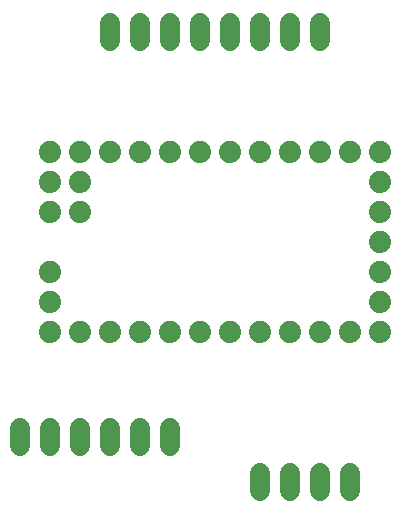
<source format=gts>
G75*
%MOIN*%
%OFA0B0*%
%FSLAX25Y25*%
%IPPOS*%
%LPD*%
%AMOC8*
5,1,8,0,0,1.08239X$1,22.5*
%
%ADD10C,0.07400*%
%ADD11C,0.06800*%
D10*
X0031256Y0086256D03*
X0031256Y0096256D03*
X0031256Y0106256D03*
X0031256Y0126256D03*
X0031256Y0136256D03*
X0031256Y0146256D03*
X0041256Y0146256D03*
X0041256Y0136256D03*
X0041256Y0126256D03*
X0051256Y0146256D03*
X0061256Y0146256D03*
X0071256Y0146256D03*
X0081256Y0146256D03*
X0091256Y0146256D03*
X0101256Y0146256D03*
X0111256Y0146256D03*
X0121256Y0146256D03*
X0131256Y0146256D03*
X0141256Y0146256D03*
X0141256Y0136256D03*
X0141256Y0126256D03*
X0141256Y0116256D03*
X0141256Y0106256D03*
X0141256Y0096256D03*
X0141256Y0086256D03*
X0131256Y0086256D03*
X0121256Y0086256D03*
X0111256Y0086256D03*
X0101256Y0086256D03*
X0091256Y0086256D03*
X0081256Y0086256D03*
X0071256Y0086256D03*
X0061256Y0086256D03*
X0051256Y0086256D03*
X0041256Y0086256D03*
D11*
X0021256Y0054256D02*
X0021256Y0048256D01*
X0031256Y0048256D02*
X0031256Y0054256D01*
X0041256Y0054256D02*
X0041256Y0048256D01*
X0051256Y0048256D02*
X0051256Y0054256D01*
X0061256Y0054256D02*
X0061256Y0048256D01*
X0071256Y0048256D02*
X0071256Y0054256D01*
X0101256Y0039256D02*
X0101256Y0033256D01*
X0111256Y0033256D02*
X0111256Y0039256D01*
X0121256Y0039256D02*
X0121256Y0033256D01*
X0131256Y0033256D02*
X0131256Y0039256D01*
X0121256Y0183256D02*
X0121256Y0189256D01*
X0111256Y0189256D02*
X0111256Y0183256D01*
X0101256Y0183256D02*
X0101256Y0189256D01*
X0091256Y0189256D02*
X0091256Y0183256D01*
X0081256Y0183256D02*
X0081256Y0189256D01*
X0071256Y0189256D02*
X0071256Y0183256D01*
X0061256Y0183256D02*
X0061256Y0189256D01*
X0051256Y0189256D02*
X0051256Y0183256D01*
M02*

</source>
